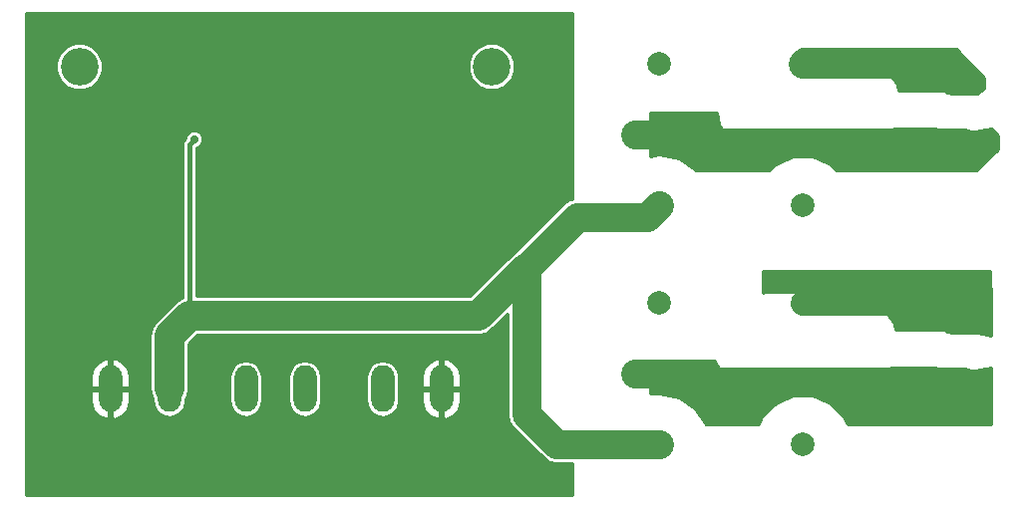
<source format=gbl>
G04 #@! TF.FileFunction,Copper,L2,Bot,Signal*
%FSLAX46Y46*%
G04 Gerber Fmt 4.6, Leading zero omitted, Abs format (unit mm)*
G04 Created by KiCad (PCBNEW 4.0.2+dfsg1-stable) date Sun 08 May 2016 11:46:39 AM CEST*
%MOMM*%
G01*
G04 APERTURE LIST*
%ADD10C,0.100000*%
%ADD11C,3.200000*%
%ADD12C,2.000000*%
%ADD13O,1.981200X3.962400*%
%ADD14O,3.962400X1.981200*%
%ADD15C,0.736600*%
%ADD16C,0.406400*%
%ADD17C,2.540000*%
%ADD18C,2.438400*%
%ADD19C,2.032000*%
%ADD20C,0.254000*%
G04 APERTURE END LIST*
D10*
D11*
X80640000Y-40560000D03*
D12*
X107065000Y-52355000D03*
X107065000Y-40355000D03*
X94865000Y-52355000D03*
X94865000Y-40355000D03*
X92865000Y-46355000D03*
X107065000Y-72675000D03*
X107065000Y-60675000D03*
X94865000Y-72675000D03*
X94865000Y-60675000D03*
X92865000Y-66675000D03*
D13*
X48260000Y-67945000D03*
X53260000Y-67945000D03*
D14*
X120650000Y-67310000D03*
X120650000Y-62310000D03*
X120650000Y-46990000D03*
X120650000Y-41990000D03*
D13*
X59770000Y-67945000D03*
X64770000Y-67945000D03*
X71374000Y-67945000D03*
X76374000Y-67945000D03*
D11*
X45640000Y-40560000D03*
D15*
X75946000Y-57404000D03*
X78994000Y-49022000D03*
X78740000Y-54102000D03*
X63754000Y-53086000D03*
X55372000Y-46736000D03*
D16*
X75946000Y-57404000D02*
X71628000Y-53086000D01*
X77978000Y-53086000D02*
X78994000Y-52070000D01*
X78994000Y-52070000D02*
X78994000Y-49022000D01*
X77724000Y-53086000D02*
X77978000Y-53086000D01*
X78740000Y-54102000D02*
X77724000Y-53086000D01*
X77724000Y-53086000D02*
X71628000Y-53086000D01*
X71628000Y-53086000D02*
X63754000Y-53086000D01*
D17*
X54961800Y-61722000D02*
X79502000Y-61722000D01*
D16*
X54961800Y-61722000D02*
X54961800Y-47146200D01*
X54961800Y-47146200D02*
X55372000Y-46736000D01*
D17*
X79502000Y-61722000D02*
X83566000Y-57658000D01*
X53260000Y-67945000D02*
X53260000Y-63423800D01*
X53260000Y-63423800D02*
X54961800Y-61722000D01*
D18*
X94865000Y-72675000D02*
X86137000Y-72675000D01*
X86137000Y-72675000D02*
X83566000Y-70104000D01*
X83566000Y-57658000D02*
X83566000Y-70104000D01*
X87884000Y-53340000D02*
X83566000Y-57658000D01*
X91664002Y-53340000D02*
X87884000Y-53340000D01*
X91679001Y-53354999D02*
X91664002Y-53340000D01*
X94865000Y-52355000D02*
X93865001Y-53354999D01*
X93865001Y-53354999D02*
X91679001Y-53354999D01*
D19*
X107065000Y-60706000D02*
X119015000Y-60706000D01*
D18*
X97409000Y-66675000D02*
X98044000Y-67310000D01*
X98044000Y-67310000D02*
X120650000Y-67310000D01*
X92865000Y-66675000D02*
X97409000Y-66675000D01*
D16*
X120650000Y-41990000D02*
X119015000Y-40355000D01*
D18*
X107065000Y-40355000D02*
X119015000Y-40355000D01*
X99314000Y-46990000D02*
X120650000Y-46990000D01*
X98679000Y-46355000D02*
X99314000Y-46990000D01*
X92865000Y-46355000D02*
X98679000Y-46355000D01*
D20*
G36*
X122428000Y-41516208D02*
X122428000Y-42478877D01*
X121879967Y-42862500D01*
X121749479Y-42862500D01*
X120650000Y-42643800D01*
X115162034Y-42643800D01*
X115060298Y-42132341D01*
X114107149Y-40705851D01*
X112680659Y-39752702D01*
X110998000Y-39418000D01*
X106392039Y-39418000D01*
X106970747Y-39052500D01*
X120087478Y-39052500D01*
X122428000Y-41516208D01*
X122428000Y-41516208D01*
G37*
X122428000Y-41516208D02*
X122428000Y-42478877D01*
X121879967Y-42862500D01*
X121749479Y-42862500D01*
X120650000Y-42643800D01*
X115162034Y-42643800D01*
X115060298Y-42132341D01*
X114107149Y-40705851D01*
X112680659Y-39752702D01*
X110998000Y-39418000D01*
X106392039Y-39418000D01*
X106970747Y-39052500D01*
X120087478Y-39052500D01*
X122428000Y-41516208D01*
G36*
X123068120Y-60645327D02*
X123068120Y-63436500D01*
X122967847Y-63436500D01*
X122338047Y-63311225D01*
X122313219Y-63294635D01*
X120650000Y-62963800D01*
X114908034Y-62963800D01*
X114806298Y-62452341D01*
X113853149Y-61025851D01*
X112426659Y-60072702D01*
X110744000Y-59738000D01*
X103759000Y-59738000D01*
X103637120Y-59762243D01*
X103637120Y-57912000D01*
X122946639Y-57912000D01*
X123068120Y-60645327D01*
X123068120Y-60645327D01*
G37*
X123068120Y-60645327D02*
X123068120Y-63436500D01*
X122967847Y-63436500D01*
X122338047Y-63311225D01*
X122313219Y-63294635D01*
X120650000Y-62963800D01*
X114908034Y-62963800D01*
X114806298Y-62452341D01*
X113853149Y-61025851D01*
X112426659Y-60072702D01*
X110744000Y-59738000D01*
X103759000Y-59738000D01*
X103637120Y-59762243D01*
X103637120Y-57912000D01*
X122946639Y-57912000D01*
X123068120Y-60645327D01*
G36*
X99696702Y-65817659D02*
X100649851Y-67244149D01*
X102076341Y-68197298D01*
X103759000Y-68532000D01*
X110744000Y-68532000D01*
X112426659Y-68197298D01*
X113853149Y-67244149D01*
X114572876Y-66167000D01*
X118249201Y-66167000D01*
X119559324Y-66427600D01*
X121740676Y-66427600D01*
X123063000Y-66164573D01*
X123063000Y-70993000D01*
X110835433Y-70993000D01*
X110565741Y-70340296D01*
X109405810Y-69178340D01*
X107889513Y-68548718D01*
X106247690Y-68547285D01*
X104730296Y-69174259D01*
X103568340Y-70334190D01*
X103294778Y-70993000D01*
X98867816Y-70993000D01*
X97938227Y-69601773D01*
X96528219Y-68659635D01*
X94865000Y-68328800D01*
X94059000Y-68328800D01*
X94059000Y-65532000D01*
X99639881Y-65532000D01*
X99696702Y-65817659D01*
X99696702Y-65817659D01*
G37*
X99696702Y-65817659D02*
X100649851Y-67244149D01*
X102076341Y-68197298D01*
X103759000Y-68532000D01*
X110744000Y-68532000D01*
X112426659Y-68197298D01*
X113853149Y-67244149D01*
X114572876Y-66167000D01*
X118249201Y-66167000D01*
X119559324Y-66427600D01*
X121740676Y-66427600D01*
X123063000Y-66164573D01*
X123063000Y-70993000D01*
X110835433Y-70993000D01*
X110565741Y-70340296D01*
X109405810Y-69178340D01*
X107889513Y-68548718D01*
X106247690Y-68547285D01*
X104730296Y-69174259D01*
X103568340Y-70334190D01*
X103294778Y-70993000D01*
X98867816Y-70993000D01*
X97938227Y-69601773D01*
X96528219Y-68659635D01*
X94865000Y-68328800D01*
X94059000Y-68328800D01*
X94059000Y-65532000D01*
X99639881Y-65532000D01*
X99696702Y-65817659D01*
G36*
X99950702Y-45497659D02*
X100903851Y-46924149D01*
X102330341Y-47877298D01*
X104013000Y-48212000D01*
X110998000Y-48212000D01*
X112680659Y-47877298D01*
X114107149Y-46924149D01*
X114826876Y-45847000D01*
X118249201Y-45847000D01*
X119559324Y-46107600D01*
X121740676Y-46107600D01*
X123085412Y-45840115D01*
X123652903Y-46407606D01*
X123652903Y-47571171D01*
X121760013Y-49403000D01*
X109949521Y-49403000D01*
X109405810Y-48858340D01*
X107889513Y-48228718D01*
X106247690Y-48227285D01*
X104730296Y-48854259D01*
X104180597Y-49403000D01*
X98019228Y-49403000D01*
X97938227Y-49281773D01*
X96528218Y-48339635D01*
X94865000Y-48008801D01*
X94059000Y-48169124D01*
X94059000Y-44513500D01*
X99754940Y-44513500D01*
X99950702Y-45497659D01*
X99950702Y-45497659D01*
G37*
X99950702Y-45497659D02*
X100903851Y-46924149D01*
X102330341Y-47877298D01*
X104013000Y-48212000D01*
X110998000Y-48212000D01*
X112680659Y-47877298D01*
X114107149Y-46924149D01*
X114826876Y-45847000D01*
X118249201Y-45847000D01*
X119559324Y-46107600D01*
X121740676Y-46107600D01*
X123085412Y-45840115D01*
X123652903Y-46407606D01*
X123652903Y-47571171D01*
X121760013Y-49403000D01*
X109949521Y-49403000D01*
X109405810Y-48858340D01*
X107889513Y-48228718D01*
X106247690Y-48227285D01*
X104730296Y-48854259D01*
X104180597Y-49403000D01*
X98019228Y-49403000D01*
X97938227Y-49281773D01*
X96528218Y-48339635D01*
X94865000Y-48008801D01*
X94059000Y-48169124D01*
X94059000Y-44513500D01*
X99754940Y-44513500D01*
X99950702Y-45497659D01*
G36*
X87503000Y-51815586D02*
X87271630Y-51861608D01*
X86752488Y-52208488D01*
X82615075Y-56345901D01*
X82398567Y-56490567D01*
X78818134Y-60071000D01*
X55546000Y-60071000D01*
X55546000Y-47474849D01*
X55795890Y-47371596D01*
X56006856Y-47160999D01*
X56121170Y-46885699D01*
X56121430Y-46587609D01*
X56007596Y-46312110D01*
X55796999Y-46101144D01*
X55521699Y-45986830D01*
X55223609Y-45986570D01*
X54948110Y-46100404D01*
X54737144Y-46311001D01*
X54622830Y-46586301D01*
X54622767Y-46659050D01*
X54548708Y-46733108D01*
X54422070Y-46922636D01*
X54377600Y-47146200D01*
X54377600Y-60187205D01*
X54329990Y-60196675D01*
X53794367Y-60554566D01*
X52092567Y-62256367D01*
X51734675Y-62791989D01*
X51674489Y-63094567D01*
X51609000Y-63423800D01*
X51609000Y-67945000D01*
X51734675Y-68576810D01*
X51888400Y-68806876D01*
X51888400Y-68981878D01*
X51992807Y-69506767D01*
X52290132Y-69951746D01*
X52735111Y-70249071D01*
X53260000Y-70353478D01*
X53784889Y-70249071D01*
X54229868Y-69951746D01*
X54527193Y-69506767D01*
X54631600Y-68981878D01*
X54631600Y-68806876D01*
X54785325Y-68576810D01*
X54911000Y-67945000D01*
X54911000Y-66908122D01*
X58398400Y-66908122D01*
X58398400Y-68981878D01*
X58502807Y-69506767D01*
X58800132Y-69951746D01*
X59245111Y-70249071D01*
X59770000Y-70353478D01*
X60294889Y-70249071D01*
X60739868Y-69951746D01*
X61037193Y-69506767D01*
X61141600Y-68981878D01*
X61141600Y-66908122D01*
X63398400Y-66908122D01*
X63398400Y-68981878D01*
X63502807Y-69506767D01*
X63800132Y-69951746D01*
X64245111Y-70249071D01*
X64770000Y-70353478D01*
X65294889Y-70249071D01*
X65739868Y-69951746D01*
X66037193Y-69506767D01*
X66141600Y-68981878D01*
X66141600Y-66908122D01*
X70002400Y-66908122D01*
X70002400Y-68981878D01*
X70106807Y-69506767D01*
X70404132Y-69951746D01*
X70849111Y-70249071D01*
X71374000Y-70353478D01*
X71898889Y-70249071D01*
X72343868Y-69951746D01*
X72641193Y-69506767D01*
X72745600Y-68981878D01*
X72745600Y-68072000D01*
X74748400Y-68072000D01*
X74748400Y-69062600D01*
X74920742Y-69675023D01*
X75314330Y-70174876D01*
X75869243Y-70486060D01*
X75995041Y-70516411D01*
X76247000Y-70396942D01*
X76247000Y-68072000D01*
X76501000Y-68072000D01*
X76501000Y-70396942D01*
X76752959Y-70516411D01*
X76878757Y-70486060D01*
X77433670Y-70174876D01*
X77827258Y-69675023D01*
X77999600Y-69062600D01*
X77999600Y-68072000D01*
X76501000Y-68072000D01*
X76247000Y-68072000D01*
X74748400Y-68072000D01*
X72745600Y-68072000D01*
X72745600Y-66908122D01*
X72729544Y-66827400D01*
X74748400Y-66827400D01*
X74748400Y-67818000D01*
X76247000Y-67818000D01*
X76247000Y-65493058D01*
X76501000Y-65493058D01*
X76501000Y-67818000D01*
X77999600Y-67818000D01*
X77999600Y-66827400D01*
X77827258Y-66214977D01*
X77433670Y-65715124D01*
X76878757Y-65403940D01*
X76752959Y-65373589D01*
X76501000Y-65493058D01*
X76247000Y-65493058D01*
X75995041Y-65373589D01*
X75869243Y-65403940D01*
X75314330Y-65715124D01*
X74920742Y-66214977D01*
X74748400Y-66827400D01*
X72729544Y-66827400D01*
X72641193Y-66383233D01*
X72343868Y-65938254D01*
X71898889Y-65640929D01*
X71374000Y-65536522D01*
X70849111Y-65640929D01*
X70404132Y-65938254D01*
X70106807Y-66383233D01*
X70002400Y-66908122D01*
X66141600Y-66908122D01*
X66037193Y-66383233D01*
X65739868Y-65938254D01*
X65294889Y-65640929D01*
X64770000Y-65536522D01*
X64245111Y-65640929D01*
X63800132Y-65938254D01*
X63502807Y-66383233D01*
X63398400Y-66908122D01*
X61141600Y-66908122D01*
X61037193Y-66383233D01*
X60739868Y-65938254D01*
X60294889Y-65640929D01*
X59770000Y-65536522D01*
X59245111Y-65640929D01*
X58800132Y-65938254D01*
X58502807Y-66383233D01*
X58398400Y-66908122D01*
X54911000Y-66908122D01*
X54911000Y-64107666D01*
X55645667Y-63373000D01*
X79502000Y-63373000D01*
X80133811Y-63247325D01*
X80669433Y-62889433D01*
X81965800Y-61593066D01*
X81965800Y-70104000D01*
X82087608Y-70716370D01*
X82434488Y-71235512D01*
X85005488Y-73806512D01*
X85524630Y-74153392D01*
X86137000Y-74275200D01*
X87503000Y-74275200D01*
X87503000Y-77014000D01*
X41096000Y-77014000D01*
X41096000Y-68072000D01*
X46634400Y-68072000D01*
X46634400Y-69062600D01*
X46806742Y-69675023D01*
X47200330Y-70174876D01*
X47755243Y-70486060D01*
X47881041Y-70516411D01*
X48133000Y-70396942D01*
X48133000Y-68072000D01*
X48387000Y-68072000D01*
X48387000Y-70396942D01*
X48638959Y-70516411D01*
X48764757Y-70486060D01*
X49319670Y-70174876D01*
X49713258Y-69675023D01*
X49885600Y-69062600D01*
X49885600Y-68072000D01*
X48387000Y-68072000D01*
X48133000Y-68072000D01*
X46634400Y-68072000D01*
X41096000Y-68072000D01*
X41096000Y-66827400D01*
X46634400Y-66827400D01*
X46634400Y-67818000D01*
X48133000Y-67818000D01*
X48133000Y-65493058D01*
X48387000Y-65493058D01*
X48387000Y-67818000D01*
X49885600Y-67818000D01*
X49885600Y-66827400D01*
X49713258Y-66214977D01*
X49319670Y-65715124D01*
X48764757Y-65403940D01*
X48638959Y-65373589D01*
X48387000Y-65493058D01*
X48133000Y-65493058D01*
X47881041Y-65373589D01*
X47755243Y-65403940D01*
X47200330Y-65715124D01*
X46806742Y-66214977D01*
X46634400Y-66827400D01*
X41096000Y-66827400D01*
X41096000Y-40952316D01*
X43658657Y-40952316D01*
X43959611Y-41680680D01*
X44516389Y-42238431D01*
X45244226Y-42540655D01*
X46032316Y-42541343D01*
X46760680Y-42240389D01*
X47318431Y-41683611D01*
X47620655Y-40955774D01*
X47620658Y-40952316D01*
X78658657Y-40952316D01*
X78959611Y-41680680D01*
X79516389Y-42238431D01*
X80244226Y-42540655D01*
X81032316Y-42541343D01*
X81760680Y-42240389D01*
X82318431Y-41683611D01*
X82620655Y-40955774D01*
X82621343Y-40167684D01*
X82320389Y-39439320D01*
X81763611Y-38881569D01*
X81035774Y-38579345D01*
X80247684Y-38578657D01*
X79519320Y-38879611D01*
X78961569Y-39436389D01*
X78659345Y-40164226D01*
X78658657Y-40952316D01*
X47620658Y-40952316D01*
X47621343Y-40167684D01*
X47320389Y-39439320D01*
X46763611Y-38881569D01*
X46035774Y-38579345D01*
X45247684Y-38578657D01*
X44519320Y-38879611D01*
X43961569Y-39436389D01*
X43659345Y-40164226D01*
X43658657Y-40952316D01*
X41096000Y-40952316D01*
X41096000Y-36016000D01*
X87503000Y-36016000D01*
X87503000Y-51815586D01*
X87503000Y-51815586D01*
G37*
X87503000Y-51815586D02*
X87271630Y-51861608D01*
X86752488Y-52208488D01*
X82615075Y-56345901D01*
X82398567Y-56490567D01*
X78818134Y-60071000D01*
X55546000Y-60071000D01*
X55546000Y-47474849D01*
X55795890Y-47371596D01*
X56006856Y-47160999D01*
X56121170Y-46885699D01*
X56121430Y-46587609D01*
X56007596Y-46312110D01*
X55796999Y-46101144D01*
X55521699Y-45986830D01*
X55223609Y-45986570D01*
X54948110Y-46100404D01*
X54737144Y-46311001D01*
X54622830Y-46586301D01*
X54622767Y-46659050D01*
X54548708Y-46733108D01*
X54422070Y-46922636D01*
X54377600Y-47146200D01*
X54377600Y-60187205D01*
X54329990Y-60196675D01*
X53794367Y-60554566D01*
X52092567Y-62256367D01*
X51734675Y-62791989D01*
X51674489Y-63094567D01*
X51609000Y-63423800D01*
X51609000Y-67945000D01*
X51734675Y-68576810D01*
X51888400Y-68806876D01*
X51888400Y-68981878D01*
X51992807Y-69506767D01*
X52290132Y-69951746D01*
X52735111Y-70249071D01*
X53260000Y-70353478D01*
X53784889Y-70249071D01*
X54229868Y-69951746D01*
X54527193Y-69506767D01*
X54631600Y-68981878D01*
X54631600Y-68806876D01*
X54785325Y-68576810D01*
X54911000Y-67945000D01*
X54911000Y-66908122D01*
X58398400Y-66908122D01*
X58398400Y-68981878D01*
X58502807Y-69506767D01*
X58800132Y-69951746D01*
X59245111Y-70249071D01*
X59770000Y-70353478D01*
X60294889Y-70249071D01*
X60739868Y-69951746D01*
X61037193Y-69506767D01*
X61141600Y-68981878D01*
X61141600Y-66908122D01*
X63398400Y-66908122D01*
X63398400Y-68981878D01*
X63502807Y-69506767D01*
X63800132Y-69951746D01*
X64245111Y-70249071D01*
X64770000Y-70353478D01*
X65294889Y-70249071D01*
X65739868Y-69951746D01*
X66037193Y-69506767D01*
X66141600Y-68981878D01*
X66141600Y-66908122D01*
X70002400Y-66908122D01*
X70002400Y-68981878D01*
X70106807Y-69506767D01*
X70404132Y-69951746D01*
X70849111Y-70249071D01*
X71374000Y-70353478D01*
X71898889Y-70249071D01*
X72343868Y-69951746D01*
X72641193Y-69506767D01*
X72745600Y-68981878D01*
X72745600Y-68072000D01*
X74748400Y-68072000D01*
X74748400Y-69062600D01*
X74920742Y-69675023D01*
X75314330Y-70174876D01*
X75869243Y-70486060D01*
X75995041Y-70516411D01*
X76247000Y-70396942D01*
X76247000Y-68072000D01*
X76501000Y-68072000D01*
X76501000Y-70396942D01*
X76752959Y-70516411D01*
X76878757Y-70486060D01*
X77433670Y-70174876D01*
X77827258Y-69675023D01*
X77999600Y-69062600D01*
X77999600Y-68072000D01*
X76501000Y-68072000D01*
X76247000Y-68072000D01*
X74748400Y-68072000D01*
X72745600Y-68072000D01*
X72745600Y-66908122D01*
X72729544Y-66827400D01*
X74748400Y-66827400D01*
X74748400Y-67818000D01*
X76247000Y-67818000D01*
X76247000Y-65493058D01*
X76501000Y-65493058D01*
X76501000Y-67818000D01*
X77999600Y-67818000D01*
X77999600Y-66827400D01*
X77827258Y-66214977D01*
X77433670Y-65715124D01*
X76878757Y-65403940D01*
X76752959Y-65373589D01*
X76501000Y-65493058D01*
X76247000Y-65493058D01*
X75995041Y-65373589D01*
X75869243Y-65403940D01*
X75314330Y-65715124D01*
X74920742Y-66214977D01*
X74748400Y-66827400D01*
X72729544Y-66827400D01*
X72641193Y-66383233D01*
X72343868Y-65938254D01*
X71898889Y-65640929D01*
X71374000Y-65536522D01*
X70849111Y-65640929D01*
X70404132Y-65938254D01*
X70106807Y-66383233D01*
X70002400Y-66908122D01*
X66141600Y-66908122D01*
X66037193Y-66383233D01*
X65739868Y-65938254D01*
X65294889Y-65640929D01*
X64770000Y-65536522D01*
X64245111Y-65640929D01*
X63800132Y-65938254D01*
X63502807Y-66383233D01*
X63398400Y-66908122D01*
X61141600Y-66908122D01*
X61037193Y-66383233D01*
X60739868Y-65938254D01*
X60294889Y-65640929D01*
X59770000Y-65536522D01*
X59245111Y-65640929D01*
X58800132Y-65938254D01*
X58502807Y-66383233D01*
X58398400Y-66908122D01*
X54911000Y-66908122D01*
X54911000Y-64107666D01*
X55645667Y-63373000D01*
X79502000Y-63373000D01*
X80133811Y-63247325D01*
X80669433Y-62889433D01*
X81965800Y-61593066D01*
X81965800Y-70104000D01*
X82087608Y-70716370D01*
X82434488Y-71235512D01*
X85005488Y-73806512D01*
X85524630Y-74153392D01*
X86137000Y-74275200D01*
X87503000Y-74275200D01*
X87503000Y-77014000D01*
X41096000Y-77014000D01*
X41096000Y-68072000D01*
X46634400Y-68072000D01*
X46634400Y-69062600D01*
X46806742Y-69675023D01*
X47200330Y-70174876D01*
X47755243Y-70486060D01*
X47881041Y-70516411D01*
X48133000Y-70396942D01*
X48133000Y-68072000D01*
X48387000Y-68072000D01*
X48387000Y-70396942D01*
X48638959Y-70516411D01*
X48764757Y-70486060D01*
X49319670Y-70174876D01*
X49713258Y-69675023D01*
X49885600Y-69062600D01*
X49885600Y-68072000D01*
X48387000Y-68072000D01*
X48133000Y-68072000D01*
X46634400Y-68072000D01*
X41096000Y-68072000D01*
X41096000Y-66827400D01*
X46634400Y-66827400D01*
X46634400Y-67818000D01*
X48133000Y-67818000D01*
X48133000Y-65493058D01*
X48387000Y-65493058D01*
X48387000Y-67818000D01*
X49885600Y-67818000D01*
X49885600Y-66827400D01*
X49713258Y-66214977D01*
X49319670Y-65715124D01*
X48764757Y-65403940D01*
X48638959Y-65373589D01*
X48387000Y-65493058D01*
X48133000Y-65493058D01*
X47881041Y-65373589D01*
X47755243Y-65403940D01*
X47200330Y-65715124D01*
X46806742Y-66214977D01*
X46634400Y-66827400D01*
X41096000Y-66827400D01*
X41096000Y-40952316D01*
X43658657Y-40952316D01*
X43959611Y-41680680D01*
X44516389Y-42238431D01*
X45244226Y-42540655D01*
X46032316Y-42541343D01*
X46760680Y-42240389D01*
X47318431Y-41683611D01*
X47620655Y-40955774D01*
X47620658Y-40952316D01*
X78658657Y-40952316D01*
X78959611Y-41680680D01*
X79516389Y-42238431D01*
X80244226Y-42540655D01*
X81032316Y-42541343D01*
X81760680Y-42240389D01*
X82318431Y-41683611D01*
X82620655Y-40955774D01*
X82621343Y-40167684D01*
X82320389Y-39439320D01*
X81763611Y-38881569D01*
X81035774Y-38579345D01*
X80247684Y-38578657D01*
X79519320Y-38879611D01*
X78961569Y-39436389D01*
X78659345Y-40164226D01*
X78658657Y-40952316D01*
X47620658Y-40952316D01*
X47621343Y-40167684D01*
X47320389Y-39439320D01*
X46763611Y-38881569D01*
X46035774Y-38579345D01*
X45247684Y-38578657D01*
X44519320Y-38879611D01*
X43961569Y-39436389D01*
X43659345Y-40164226D01*
X43658657Y-40952316D01*
X41096000Y-40952316D01*
X41096000Y-36016000D01*
X87503000Y-36016000D01*
X87503000Y-51815586D01*
M02*

</source>
